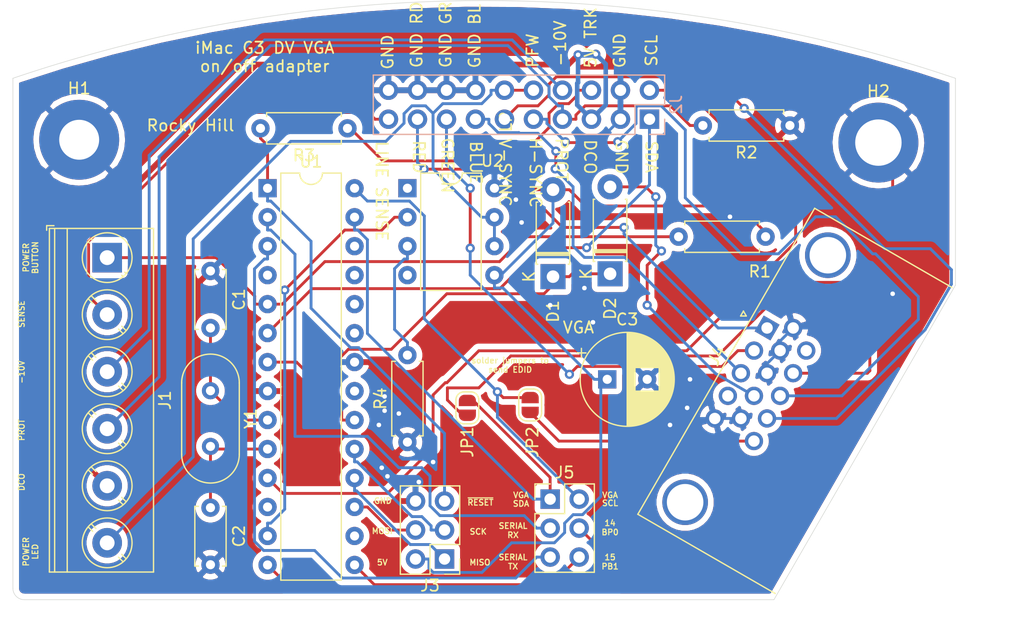
<source format=kicad_pcb>
(kicad_pcb (version 20171130) (host pcbnew 5.1.5-52549c5~84~ubuntu18.04.1)
  (title_block (title "J2o Board") (date 2020-03-27) (rev 2) (comment 3 "initializing the IVAD board and sending an EDID when requested.") (comment 4 "Powers atmega328p from J20 connector and from thr VGA connector."))
  (layers (0 F.Cu signal) (31 B.Cu signal) (34 B.Paste user) (35 F.Paste user) (36 B.SilkS user) (37 F.SilkS user) (38 B.Mask user) (39 F.Mask user) (44 Edge.Cuts user))
  (net 0 "")
  (net 1 GND)
  (net 2 "Net-(C1-Pad2)")
  (net 3 "Net-(C2-Pad1)")
  (net 4 /RED)
  (net 5 /GREEN)
  (net 6 /BLUE)
  (net 7 /COMPUTER_5V)
  (net 8 /COMPUTER_SDA)
  (net 9 /H_SYNC)
  (net 10 /V_SYNC)
  (net 11 /COMPUTER_SCL)
  (net 12 /IVAD_SDA)
  (net 13 /IVAD_SCL)
  (net 14 /DCO)
  (net 15 /5V_TRICKLE)
  (net 16 /PROT)
  (net 17 /-10V)
  (net 18 /LPIACT:L1_LP)
  (net 19 /LINE_SENSE)
  (net 20 "Net-(U1-Pad16)")
  (net 21 "Net-(U1-Pad4)")
  (net 22 "Net-(U1-Pad21)")
  (net 23 "Net-(U1-Pad23)")
  (net 24 "Net-(U1-Pad24)")
  (net 25 "Net-(U1-Pad25)")
  (net 26 "Net-(U1-Pad12)")
  (net 27 "Net-(U1-Pad26)")
  (net 28 "Net-(U1-Pad13)")
  (net 29 "Net-(U2-Pad4)")
  (net 30 "Net-(U2-Pad1)")
  (net 31 "Net-(D1-Pad1)")
  (net 32 /PWR_BTN)
  (net 33 /MISO)
  (net 34 /SCK)
  (net 35 /MOSI)
  (net 36 /~RESET)
  (net 37 "Net-(J4-Pad4)")
  (net 38 "Net-(J4-Pad11)")
  (net 39 "Net-(J4-Pad12)")
  (net 40 "Net-(J4-Pad15)")
  (net 41 "Net-(R4-Pad2)")
  (net 42 /SERIAL_RX)
  (net 43 /SERIAL_TX)
  (net 44 /PB0)
  (net 45 /PB1)
  (module Connector_PinHeader_2.54mm:PinHeader_2x10_P2.54mm_Vertical (layer B.Cu) (at 189.103 68.1038 90)
    (fp_text reference J2 (at 1.27 2.33 -90) (layer B.SilkS) (effects (justify mirror)))
    (fp_text value Conn_02x10_Odd_Even)
    (pad 20 thru_hole oval (at 2.54 -22.86 90) (size 1.7 1.7) (drill 1) (layers *.Cu *.Mask) (net 1 GND))
    (pad 19 thru_hole oval (at 0 -22.86 90) (size 1.7 1.7) (drill 1) (layers *.Cu *.Mask) (net 19 /LINE_SENSE))
    (pad 18 thru_hole oval (at 2.54 -20.32 90) (size 1.7 1.7) (drill 1) (layers *.Cu *.Mask) (net 1 GND))
    (pad 17 thru_hole oval (at 0 -20.32 90) (size 1.7 1.7) (drill 1) (layers *.Cu *.Mask) (net 4 /RED))
    (pad 16 thru_hole oval (at 2.54 -17.78 90) (size 1.7 1.7) (drill 1) (layers *.Cu *.Mask) (net 1 GND))
    (pad 15 thru_hole oval (at 0 -17.78 90) (size 1.7 1.7) (drill 1) (layers *.Cu *.Mask) (net 5 /GREEN))
    (pad 14 thru_hole oval (at 2.54 -15.24 90) (size 1.7 1.7) (drill 1) (layers *.Cu *.Mask) (net 1 GND))
    (pad 13 thru_hole oval (at 0 -15.24 90) (size 1.7 1.7) (drill 1) (layers *.Cu *.Mask) (net 6 /BLUE))
    (pad 12 thru_hole oval (at 2.54 -12.7 90) (size 1.7 1.7) (drill 1) (layers *.Cu *.Mask) (net 18 /LPIACT:L1_LP))
    (pad 11 thru_hole oval (at 0 -12.7 90) (size 1.7 1.7) (drill 1) (layers *.Cu *.Mask) (net 10 /V_SYNC))
    (pad 10 thru_hole oval (at 2.54 -10.16 90) (size 1.7 1.7) (drill 1) (layers *.Cu *.Mask) (net 18 /LPIACT:L1_LP))
    (pad 9 thru_hole oval (at 0 -10.16 90) (size 1.7 1.7) (drill 1) (layers *.Cu *.Mask) (net 9 /H_SYNC))
    (pad 8 thru_hole oval (at 2.54 -7.62 90) (size 1.7 1.7) (drill 1) (layers *.Cu *.Mask) (net 17 /-10V))
    (pad 7 thru_hole oval (at 0 -7.62 90) (size 1.7 1.7) (drill 1) (layers *.Cu *.Mask) (net 16 /PROT))
    (pad 6 thru_hole oval (at 2.54 -5.08 90) (size 1.7 1.7) (drill 1) (layers *.Cu *.Mask) (net 15 /5V_TRICKLE))
    (pad 5 thru_hole oval (at 0 -5.08 90) (size 1.7 1.7) (drill 1) (layers *.Cu *.Mask) (net 14 /DCO))
    (pad 4 thru_hole oval (at 2.54 -2.54 90) (size 1.7 1.7) (drill 1) (layers *.Cu *.Mask) (net 1 GND))
    (pad 3 thru_hole oval (at 0 -2.54 90) (size 1.7 1.7) (drill 1) (layers *.Cu *.Mask) (net 1 GND))
    (pad 2 thru_hole oval (at 2.54 0 90) (size 1.7 1.7) (drill 1) (layers *.Cu *.Mask) (net 13 /IVAD_SCL))
    (pad 1 thru_hole rect (at 0 0 90) (size 1.7 1.7) (drill 1) (layers *.Cu *.Mask) (net 12 /IVAD_SDA))
  )
  (module Package_DIP:DIP-28_W7.62mm (layer F.Cu) (at 155.653 74.1538)
    (fp_text reference U1 (at 3.81 -2.33) (layer F.SilkS))
    (fp_text value ATmega328-PU)
    (pad 1 thru_hole rect (at 0 0) (size 1.6 1.6) (drill 0.8) (layers *.Cu *.Mask) (net 36 /~RESET))
    (pad 15 thru_hole oval (at 7.62 33.02) (size 1.6 1.6) (drill 0.8) (layers *.Cu *.Mask) (net 45 /PB1))
    (pad 2 thru_hole oval (at 0 2.54) (size 1.6 1.6) (drill 0.8) (layers *.Cu *.Mask) (net 42 /SERIAL_RX))
    (pad 16 thru_hole oval (at 7.62 30.48) (size 1.6 1.6) (drill 0.8) (layers *.Cu *.Mask) (net 20 "Net-(U1-Pad16)"))
    (pad 3 thru_hole oval (at 0 5.08) (size 1.6 1.6) (drill 0.8) (layers *.Cu *.Mask) (net 43 /SERIAL_TX))
    (pad 17 thru_hole oval (at 7.62 27.94) (size 1.6 1.6) (drill 0.8) (layers *.Cu *.Mask) (net 35 /MOSI))
    (pad 4 thru_hole oval (at 0 7.62) (size 1.6 1.6) (drill 0.8) (layers *.Cu *.Mask) (net 21 "Net-(U1-Pad4)"))
    (pad 18 thru_hole oval (at 7.62 25.4) (size 1.6 1.6) (drill 0.8) (layers *.Cu *.Mask) (net 33 /MISO))
    (pad 5 thru_hole oval (at 0 10.16) (size 1.6 1.6) (drill 0.8) (layers *.Cu *.Mask) (net 32 /PWR_BTN))
    (pad 19 thru_hole oval (at 7.62 22.86) (size 1.6 1.6) (drill 0.8) (layers *.Cu *.Mask) (net 34 /SCK))
    (pad 6 thru_hole oval (at 0 12.7) (size 1.6 1.6) (drill 0.8) (layers *.Cu *.Mask) (net 12 /IVAD_SDA))
    (pad 20 thru_hole oval (at 7.62 20.32) (size 1.6 1.6) (drill 0.8) (layers *.Cu *.Mask) (net 31 "Net-(D1-Pad1)"))
    (pad 7 thru_hole oval (at 0 15.24) (size 1.6 1.6) (drill 0.8) (layers *.Cu *.Mask) (net 31 "Net-(D1-Pad1)"))
    (pad 21 thru_hole oval (at 7.62 17.78) (size 1.6 1.6) (drill 0.8) (layers *.Cu *.Mask) (net 22 "Net-(U1-Pad21)"))
    (pad 8 thru_hole oval (at 0 17.78) (size 1.6 1.6) (drill 0.8) (layers *.Cu *.Mask) (net 1 GND))
    (pad 22 thru_hole oval (at 7.62 15.24) (size 1.6 1.6) (drill 0.8) (layers *.Cu *.Mask) (net 1 GND))
    (pad 9 thru_hole oval (at 0 20.32) (size 1.6 1.6) (drill 0.8) (layers *.Cu *.Mask) (net 2 "Net-(C1-Pad2)"))
    (pad 23 thru_hole oval (at 7.62 12.7) (size 1.6 1.6) (drill 0.8) (layers *.Cu *.Mask) (net 23 "Net-(U1-Pad23)"))
    (pad 10 thru_hole oval (at 0 22.86) (size 1.6 1.6) (drill 0.8) (layers *.Cu *.Mask) (net 3 "Net-(C2-Pad1)"))
    (pad 24 thru_hole oval (at 7.62 10.16) (size 1.6 1.6) (drill 0.8) (layers *.Cu *.Mask) (net 24 "Net-(U1-Pad24)"))
    (pad 11 thru_hole oval (at 0 25.4) (size 1.6 1.6) (drill 0.8) (layers *.Cu *.Mask) (net 13 /IVAD_SCL))
    (pad 25 thru_hole oval (at 7.62 7.62) (size 1.6 1.6) (drill 0.8) (layers *.Cu *.Mask) (net 25 "Net-(U1-Pad25)"))
    (pad 12 thru_hole oval (at 0 27.94) (size 1.6 1.6) (drill 0.8) (layers *.Cu *.Mask) (net 26 "Net-(U1-Pad12)"))
    (pad 26 thru_hole oval (at 7.62 5.08) (size 1.6 1.6) (drill 0.8) (layers *.Cu *.Mask) (net 27 "Net-(U1-Pad26)"))
    (pad 13 thru_hole oval (at 0 30.48) (size 1.6 1.6) (drill 0.8) (layers *.Cu *.Mask) (net 28 "Net-(U1-Pad13)"))
    (pad 27 thru_hole oval (at 7.62 2.54) (size 1.6 1.6) (drill 0.8) (layers *.Cu *.Mask) (net 8 /COMPUTER_SDA))
    (pad 14 thru_hole oval (at 0 33.02) (size 1.6 1.6) (drill 0.8) (layers *.Cu *.Mask) (net 44 /PB0))
    (pad 28 thru_hole oval (at 7.62 0) (size 1.6 1.6) (drill 0.8) (layers *.Cu *.Mask) (net 11 /COMPUTER_SCL))
  )
  (module Crystal:Crystal_HC49-U_Vertical (layer F.Cu) (at 150.653 91.9038 270)
    (fp_text reference Y1 (at 2.44 -3.525 270) (layer F.SilkS))
    (fp_text value Crystal)
    (pad 1 thru_hole circle (at 0 0 270) (size 1.5 1.5) (drill 0.8) (layers *.Cu *.Mask) (net 2 "Net-(C1-Pad2)"))
    (pad 2 thru_hole circle (at 4.88 0 270) (size 1.5 1.5) (drill 0.8) (layers *.Cu *.Mask) (net 3 "Net-(C2-Pad1)"))
  )
  (module Diode_THT:D_DO-41_SOD81_P7.62mm_Horizontal (layer F.Cu) (at 180.653 81.9038 90)
    (fp_text reference D1 (at -3.048 0 90) (layer F.SilkS))
    (fp_text value D_Schottky_ALT)
    (fp_text user K (at 0 -2.1 90) (layer F.SilkS))
    (pad 2 thru_hole oval (at 7.62 0 90) (size 2.2 2.2) (drill 1.1) (layers *.Cu *.Mask) (net 15 /5V_TRICKLE))
    (pad 1 thru_hole rect (at 0 0 90) (size 2.2 2.2) (drill 1.1) (layers *.Cu *.Mask) (net 31 "Net-(D1-Pad1)"))
  )
  (module Diode_THT:D_DO-41_SOD81_P7.62mm_Horizontal (layer F.Cu) (at 185.653 81.6538 90)
    (fp_text reference D2 (at -3.048 0 90) (layer F.SilkS))
    (fp_text value D_Schottky_ALT)
    (fp_text user K (at 0 -2.1 90) (layer F.SilkS))
    (pad 1 thru_hole rect (at 0 0 90) (size 2.2 2.2) (drill 1.1) (layers *.Cu *.Mask) (net 31 "Net-(D1-Pad1)"))
    (pad 2 thru_hole oval (at 7.62 0 90) (size 2.2 2.2) (drill 1.1) (layers *.Cu *.Mask) (net 7 /COMPUTER_5V))
  )
  (module Resistor_THT:R_Axial_DIN0207_L6.3mm_D2.5mm_P7.62mm_Horizontal (layer F.Cu) (at 167.903 96.4038 90)
    (fp_text reference R4 (at 3.81 -2.37 90) (layer F.SilkS))
    (fp_text value 220)
    (pad 1 thru_hole circle (at 0 0 90) (size 1.6 1.6) (drill 0.8) (layers *.Cu *.Mask) (net 1 GND))
    (pad 2 thru_hole oval (at 7.62 0 90) (size 1.6 1.6) (drill 0.8) (layers *.Cu *.Mask) (net 41 "Net-(R4-Pad2)"))
  )
  (module Package_DIP:DIP-8_W7.62mm (layer F.Cu) (at 167.903 74.1538)
    (fp_text reference U2 (at 7.45 -2.4) (layer F.SilkS))
    (fp_text value LCC110)
    (pad 1 thru_hole rect (at 0 0) (size 1.6 1.6) (drill 0.8) (layers *.Cu *.Mask) (net 30 "Net-(U2-Pad1)"))
    (pad 5 thru_hole oval (at 7.62 7.62) (size 1.6 1.6) (drill 0.8) (layers *.Cu *.Mask) (net 15 /5V_TRICKLE))
    (pad 2 thru_hole oval (at 0 2.54) (size 1.6 1.6) (drill 0.8) (layers *.Cu *.Mask) (net 28 "Net-(U1-Pad13)"))
    (pad 6 thru_hole oval (at 7.62 5.08) (size 1.6 1.6) (drill 0.8) (layers *.Cu *.Mask) (net 18 /LPIACT:L1_LP))
    (pad 3 thru_hole oval (at 0 5.08) (size 1.6 1.6) (drill 0.8) (layers *.Cu *.Mask) (net 41 "Net-(R4-Pad2)"))
    (pad 7 thru_hole oval (at 7.62 2.54) (size 1.6 1.6) (drill 0.8) (layers *.Cu *.Mask) (net 18 /LPIACT:L1_LP))
    (pad 4 thru_hole oval (at 0 7.62) (size 1.6 1.6) (drill 0.8) (layers *.Cu *.Mask) (net 29 "Net-(U2-Pad4)"))
    (pad 8 thru_hole oval (at 7.62 0) (size 1.6 1.6) (drill 0.8) (layers *.Cu *.Mask) (net 1 GND))
  )
  (module MountingHole:MountingHole_3.5mm_Pad (layer F.Cu) (at 209.153 70.1538)
    (fp_text reference H2 (at 0 -4.5) (layer F.SilkS))
    (fp_text value MountingHole_Pad)
    (pad 1 thru_hole circle (at 0 0) (size 7.000001 7.000001) (drill 4.064) (layers *.Cu *.Mask) (net 1 GND))
  )
  (module Resistor_THT:R_Axial_DIN0207_L6.3mm_D2.5mm_P7.62mm_Horizontal (layer F.Cu) (at 191.653 78.4038)
    (fp_text reference R1 (at 7.112 3.048 -180) (layer F.SilkS))
    (fp_text value 10k)
    (pad 2 thru_hole oval (at 7.62 0) (size 1.6 1.6) (drill 0.8) (layers *.Cu *.Mask) (net 15 /5V_TRICKLE))
    (pad 1 thru_hole circle (at 0 0) (size 1.6 1.6) (drill 0.8) (layers *.Cu *.Mask) (net 32 /PWR_BTN))
  )
  (module TerminalBlock_Phoenix:TerminalBlock_Phoenix_PT-1,5-6-5.0-H_1x06_P5.00mm_Horizontal (layer F.Cu) (at 141.605 80.236 270)
    (fp_text reference J1 (at 12.5 -5.06 90) (layer F.SilkS))
    (fp_text value Screw_Terminal_01x06)
    (pad 1 thru_hole rect (at 0 0 270) (size 2.6 2.6) (drill 1.3) (layers *.Cu *.Mask) (net 32 /PWR_BTN))
    (pad 2 thru_hole circle (at 5 0 270) (size 2.6 2.6) (drill 1.3) (layers *.Cu *.Mask) (net 19 /LINE_SENSE))
    (pad 3 thru_hole circle (at 10 0 270) (size 2.6 2.6) (drill 1.3) (layers *.Cu *.Mask) (net 17 /-10V))
    (pad 4 thru_hole circle (at 15 0 270) (size 2.6 2.6) (drill 1.3) (layers *.Cu *.Mask) (net 16 /PROT))
    (pad 5 thru_hole circle (at 20 0 270) (size 2.6 2.6) (drill 1.3) (layers *.Cu *.Mask) (net 14 /DCO))
    (pad 6 thru_hole circle (at 25 0 270) (size 2.6 2.6) (drill 1.3) (layers *.Cu *.Mask) (net 18 /LPIACT:L1_LP))
  )
  (module Capacitor_THT:CP_Radial_D8.0mm_P3.50mm (layer F.Cu) (at 185.403 90.9038)
    (fp_text reference C3 (at 1.75 -5.25) (layer F.SilkS))
    (fp_text value 470uF)
    (pad 1 thru_hole rect (at 0 0) (size 1.6 1.6) (drill 0.8) (layers *.Cu *.Mask) (net 15 /5V_TRICKLE))
    (pad 2 thru_hole circle (at 3.5 0) (size 1.6 1.6) (drill 0.8) (layers *.Cu *.Mask) (net 1 GND))
  )
  (module Jumper:SolderJumper-2_P1.3mm_Open_RoundedPad1.0x1.5mm (layer F.Cu) (at 173.153 93.4038 90)
    (fp_text reference JP1 (at -3 0 90) (layer F.SilkS))
    (fp_text value SolderJumper_2_Open)
    (pad 2 smd custom (at 0.65 0 90) (size 1 0.5) (layers F.Cu F.Mask) (net 8 /COMPUTER_SDA) (options (clearance outline) (anchor rect)) (primitives (gr_circle (center 0 0.25) (end 0.5 0.25) (width 0)) (gr_circle (center 0 -0.25) (end 0.5 -0.25) (width 0)) (gr_poly (pts (xy 0 -0.75) (xy -0.5 -0.75) (xy -0.5 0.75) (xy 0 0.75)) (width 0))))
    (pad 1 smd custom (at -0.65 0 90) (size 1 0.5) (layers F.Cu F.Mask) (net 39 "Net-(J4-Pad12)") (options (clearance outline) (anchor rect)) (primitives (gr_circle (center 0 0.25) (end 0.5 0.25) (width 0)) (gr_circle (center 0 -0.25) (end 0.5 -0.25) (width 0)) (gr_poly (pts (xy 0 -0.75) (xy 0.5 -0.75) (xy 0.5 0.75) (xy 0 0.75)) (width 0))))
  )
  (module Jumper:SolderJumper-2_P1.3mm_Open_RoundedPad1.0x1.5mm (layer F.Cu) (at 178.653 93.1538 90)
    (fp_text reference JP2 (at -3.25 0.2 90) (layer F.SilkS))
    (fp_text value SolderJumper_2_Open)
    (pad 1 smd custom (at -0.65 0 90) (size 1 0.5) (layers F.Cu F.Mask) (net 40 "Net-(J4-Pad15)") (options (clearance outline) (anchor rect)) (primitives (gr_circle (center 0 0.25) (end 0.5 0.25) (width 0)) (gr_circle (center 0 -0.25) (end 0.5 -0.25) (width 0)) (gr_poly (pts (xy 0 -0.75) (xy 0.5 -0.75) (xy 0.5 0.75) (xy 0 0.75)) (width 0))))
    (pad 2 smd custom (at 0.65 0 90) (size 1 0.5) (layers F.Cu F.Mask) (net 11 /COMPUTER_SCL) (options (clearance outline) (anchor rect)) (primitives (gr_circle (center 0 0.25) (end 0.5 0.25) (width 0)) (gr_circle (center 0 -0.25) (end 0.5 -0.25) (width 0)) (gr_poly (pts (xy 0 -0.75) (xy -0.5 -0.75) (xy -0.5 0.75) (xy 0 0.75)) (width 0))))
  )
  (module Connector_PinHeader_2.54mm:PinHeader_2x03_P2.54mm_Vertical (layer F.Cu) (at 171.153 106.654 180)
    (fp_text reference J3 (at 1.27 -2.33) (layer F.SilkS))
    (fp_text value Conn_02x03_Odd_Even)
    (pad 1 thru_hole rect (at 0 0 180) (size 1.7 1.7) (drill 1) (layers *.Cu *.Mask) (net 33 /MISO))
    (pad 2 thru_hole oval (at 2.54 0 180) (size 1.7 1.7) (drill 1) (layers *.Cu *.Mask) (net 15 /5V_TRICKLE))
    (pad 3 thru_hole oval (at 0 2.54 180) (size 1.7 1.7) (drill 1) (layers *.Cu *.Mask) (net 34 /SCK))
    (pad 4 thru_hole oval (at 2.54 2.54 180) (size 1.7 1.7) (drill 1) (layers *.Cu *.Mask) (net 35 /MOSI))
    (pad 5 thru_hole oval (at 0 5.08 180) (size 1.7 1.7) (drill 1) (layers *.Cu *.Mask) (net 36 /~RESET))
    (pad 6 thru_hole oval (at 2.54 5.08 180) (size 1.7 1.7) (drill 1) (layers *.Cu *.Mask) (net 1 GND))
  )
  (module MountingHole:MountingHole_3.5mm_Pad (layer F.Cu) (at 139.153 69.9038)
    (fp_text reference H1 (at 0 -4.5) (layer F.SilkS))
    (fp_text value MountingHole_Pad)
    (pad 1 thru_hole circle (at 0 0) (size 7 7) (drill 3.5) (layers *.Cu *.Mask) (net 1 GND))
  )
  (module Connector_PinHeader_2.54mm:PinHeader_2x03_P2.54mm_Vertical (layer F.Cu) (at 180.403 101.404)
    (fp_text reference J5 (at 1.27 -2.33) (layer F.SilkS))
    (fp_text value Conn_02x03_Odd_Even)
    (pad 1 thru_hole rect (at 0 0) (size 1.7 1.7) (drill 1) (layers *.Cu *.Mask) (net 8 /COMPUTER_SDA))
    (pad 2 thru_hole oval (at 2.54 0) (size 1.7 1.7) (drill 1) (layers *.Cu *.Mask) (net 11 /COMPUTER_SCL))
    (pad 3 thru_hole oval (at 0 2.54) (size 1.7 1.7) (drill 1) (layers *.Cu *.Mask) (net 42 /SERIAL_RX))
    (pad 4 thru_hole oval (at 2.54 2.54) (size 1.7 1.7) (drill 1) (layers *.Cu *.Mask) (net 44 /PB0))
    (pad 5 thru_hole oval (at 0 5.08) (size 1.7 1.7) (drill 1) (layers *.Cu *.Mask) (net 43 /SERIAL_TX))
    (pad 6 thru_hole oval (at 2.54 5.08) (size 1.7 1.7) (drill 1) (layers *.Cu *.Mask) (net 45 /PB1))
  )
  (module Connector_Dsub:DSUB-15-HD_Female_Horizontal_P2.29x1.98mm_EdgePinOffset8.35mm_Housed_MountingHolesOffset10.89mm (layer F.Cu) (at 199.403 86.4038 60)
    (fp_text reference J4 (at -4.315 -2.58 60) (layer F.SilkS))
    (fp_text value DB15_Female_HighDensity)
    (pad 1 thru_hole rect (at 0 0 60) (size 1.6 1.6) (drill 1) (layers *.Cu *.Mask) (net 4 /RED))
    (pad 2 thru_hole circle (at -2.29 0 60) (size 1.6 1.6) (drill 1) (layers *.Cu *.Mask) (net 5 /GREEN))
    (pad 3 thru_hole circle (at -4.58 0 60) (size 1.6 1.6) (drill 1) (layers *.Cu *.Mask) (net 6 /BLUE))
    (pad 4 thru_hole circle (at -6.87 0 60) (size 1.6 1.6) (drill 1) (layers *.Cu *.Mask) (net 37 "Net-(J4-Pad4)"))
    (pad 5 thru_hole circle (at -9.16 0 60) (size 1.6 1.6) (drill 1) (layers *.Cu *.Mask) (net 1 GND))
    (pad 6 thru_hole circle (at 1.145 1.98 60) (size 1.6 1.6) (drill 1) (layers *.Cu *.Mask) (net 1 GND))
    (pad 7 thru_hole circle (at -1.145 1.98 60) (size 1.6 1.6) (drill 1) (layers *.Cu *.Mask) (net 1 GND))
    (pad 8 thru_hole circle (at -3.435 1.98 60) (size 1.6 1.6) (drill 1) (layers *.Cu *.Mask) (net 1 GND))
    (pad 9 thru_hole circle (at -5.725 1.98 60) (size 1.6 1.6) (drill 1) (layers *.Cu *.Mask) (net 7 /COMPUTER_5V))
    (pad 10 thru_hole circle (at -8.015 1.98 60) (size 1.6 1.6) (drill 1) (layers *.Cu *.Mask) (net 1 GND))
    (pad 11 thru_hole circle (at 0 3.96 60) (size 1.6 1.6) (drill 1) (layers *.Cu *.Mask) (net 38 "Net-(J4-Pad11)"))
    (pad 12 thru_hole circle (at -2.29 3.96 60) (size 1.6 1.6) (drill 1) (layers *.Cu *.Mask) (net 39 "Net-(J4-Pad12)"))
    (pad 13 thru_hole circle (at -4.58 3.96 60) (size 1.6 1.6) (drill 1) (layers *.Cu *.Mask) (net 9 /H_SYNC))
    (pad 14 thru_hole circle (at -6.87 3.96 60) (size 1.6 1.6) (drill 1) (layers *.Cu *.Mask) (net 10 /V_SYNC))
    (pad 15 thru_hole circle (at -9.16 3.96 60) (size 1.6 1.6) (drill 1) (layers *.Cu *.Mask) (net 40 "Net-(J4-Pad15)"))
    (pad 0 thru_hole circle (at -16.815 1.42 60) (size 4 4) (drill 3.2) (layers *.Cu *.Mask))
    (pad 0 thru_hole circle (at 8.185 1.42 60) (size 4 4) (drill 3.2) (layers *.Cu *.Mask))
  )
  (module Capacitor_THT:C_Disc_D5.0mm_W2.5mm_P5.00mm (layer F.Cu) (at 150.653 81.4038 270)
    (fp_text reference C1 (at 2.5 -2.5 90) (layer F.SilkS))
    (fp_text value 20pF)
    (pad 2 thru_hole circle (at 5 0 270) (size 1.6 1.6) (drill 0.8) (layers *.Cu *.Mask) (net 2 "Net-(C1-Pad2)"))
    (pad 1 thru_hole circle (at 0 0 270) (size 1.6 1.6) (drill 0.8) (layers *.Cu *.Mask) (net 1 GND))
  )
  (module Capacitor_THT:C_Disc_D5.0mm_W2.5mm_P5.00mm (layer F.Cu) (at 150.653 102.154 270)
    (fp_text reference C2 (at 2.5 -2.5 90) (layer F.SilkS))
    (fp_text value 20pF)
    (pad 1 thru_hole circle (at 0 0 270) (size 1.6 1.6) (drill 0.8) (layers *.Cu *.Mask) (net 3 "Net-(C2-Pad1)"))
    (pad 2 thru_hole circle (at 5 0 270) (size 1.6 1.6) (drill 0.8) (layers *.Cu *.Mask) (net 1 GND))
  )
  (module Resistor_THT:R_Axial_DIN0207_L6.3mm_D2.5mm_P7.62mm_Horizontal (layer F.Cu) (at 201.403 68.6538 180)
    (fp_text reference R2 (at 3.81 -2.37) (layer F.SilkS))
    (fp_text value 10k)
    (pad 2 thru_hole oval (at 7.62 0 180) (size 1.6 1.6) (drill 0.8) (layers *.Cu *.Mask) (net 16 /PROT))
    (pad 1 thru_hole circle (at 0 0 180) (size 1.6 1.6) (drill 0.8) (layers *.Cu *.Mask) (net 1 GND))
  )
  (module Resistor_THT:R_Axial_DIN0207_L6.3mm_D2.5mm_P7.62mm_Horizontal (layer F.Cu) (at 162.653 68.9038 180)
    (fp_text reference R3 (at 3.81 -2.37) (layer F.SilkS))
    (fp_text value 10k)
    (pad 1 thru_hole circle (at 0 0 180) (size 1.6 1.6) (drill 0.8) (layers *.Cu *.Mask) (net 15 /5V_TRICKLE))
    (pad 2 thru_hole oval (at 7.62 0 180) (size 1.6 1.6) (drill 0.8) (layers *.Cu *.Mask) (net 36 /~RESET))
  )
  (gr_text VGA (at 185.653 101.0538) (layer F.SilkS) (effects (font (size 0.5 0.5) (thickness 0.1))))
  (gr_text VGA (at 177.853 101.0538) (layer F.SilkS) (effects (font (size 0.5 0.5) (thickness 0.1))))
  (gr_text "14\nBP0" (at 185.653 103.9038) (layer F.SilkS) (effects (font (size 0.5 0.5) (thickness 0.1))))
  (gr_text "15\nPB1" (at 185.653 106.9038) (layer F.SilkS) (effects (font (size 0.5 0.5) (thickness 0.1))))
  (gr_text SCL (at 185.653 101.7538) (layer F.SilkS) (effects (font (size 0.5 0.5) (thickness 0.1))))
  (gr_text "SERIAL\nTX" (at 177.153 106.9038) (layer F.SilkS) (effects (font (size 0.5 0.5) (thickness 0.1))))
  (gr_text SDA (at 177.853 101.8038) (layer F.SilkS) (effects (font (size 0.5 0.5) (thickness 0.1))))
  (gr_text "SERIAL\nRX" (at 177.153 104.1538) (layer F.SilkS) (effects (font (size 0.5 0.5) (thickness 0.1))))
  (gr_text 5V (at 165.703 106.9538) (layer F.SilkS) (effects (font (size 0.5 0.5) (thickness 0.1))))
  (gr_text MOSI (at 165.703 104.2038) (layer F.SilkS) (effects (font (size 0.5 0.5) (thickness 0.1))))
  (gr_text GND (at 165.753 101.5538) (layer F.SilkS) (effects (font (size 0.5 0.5) (thickness 0.1))))
  (gr_text MISO (at 174.253 106.9538) (layer F.SilkS) (effects (font (size 0.5 0.5) (thickness 0.1))))
  (gr_text SCK (at 174.103 104.2538) (layer F.SilkS) (effects (font (size 0.5 0.5) (thickness 0.1))))
  (gr_text ~RESET (at 174.303 101.7038) (layer F.SilkS) (effects (font (size 0.5 0.5) (thickness 0.1))))
  (gr_line (start 200.003 110.22) (end 134.35 110.22) (layer Edge.Cuts) (width 0.05))
  (gr_line (start 215.899998 82.6538) (end 200.003 110.22) (layer Edge.Cuts) (width 0.05))
  (gr_line (start 215.899998 64.516) (end 215.899998 82.6538) (layer Edge.Cuts) (width 0.05))
  (gr_text "Rocky Hill" (at 148.903 68.6538) (layer F.SilkS) (effects (font (size 1 1))))
  (gr_text "iMac G3 DV VGA\non/off adapter" (at 155.403 62.6538) (layer F.SilkS) (effects (font (size 1 1))))
  (gr_text "solder jumpers to\nsend EDID" (at 176.903 89.6538) (layer F.SilkS) (effects (font (size 0.5 0.5) (thickness 0.1))))
  (gr_line (start 133.35 109.22) (end 133.35 64.516001) (layer Edge.Cuts) (width 0.05))
  (gr_text "POWER\nLED" (at 134.9 106.012 90) (layer F.SilkS) (effects (font (size 0.5 0.5) (thickness 0.1))))
  (gr_text "POWER\nBUTTON" (at 134.9 80.236 90) (layer F.SilkS) (effects (font (size 0.5 0.5) (thickness 0.1))))
  (gr_text SENSE (at 134.112 85.184 90) (layer F.SilkS) (effects (font (size 0.5 0.5) (thickness 0.1))))
  (gr_text DCO (at 134.112 99.916 90) (layer F.SilkS) (effects (font (size 0.5 0.5) (thickness 0.1))))
  (gr_text PROT (at 134.112 95.344 90) (layer F.SilkS) (effects (font (size 0.5 0.5) (thickness 0.1))))
  (gr_text -10V (at 134.112 90.264 90) (layer F.SilkS) (effects (font (size 0.5 0.5) (thickness 0.1))))
  (gr_arc (start 174.625 186.181998) (end 215.899998 64.516) (angle -37.47884973) (layer Edge.Cuts) (width 0.05))
  (gr_arc (start 134.35 109.22) (end 133.35 109.22) (angle -90) (layer Edge.Cuts) (width 0.05))
  (gr_text VGA (at 182.88 86.36) (layer F.SilkS) (effects (font (size 1 1))))
  (gr_text SDA (at 189.2768 71.4038 270) (layer F.SilkS) (effects (font (size 1 1))))
  (gr_text GND (at 186.653 71.4038 270) (layer F.SilkS) (effects (font (size 1 1))))
  (gr_text DCO (at 183.903 71.4038 270) (layer F.SilkS) (effects (font (size 1 1))))
  (gr_text PROT (at 181.403 71.6538 270) (layer F.SilkS) (effects (font (size 1 1))))
  (gr_text H-SYNC (at 179.1168 72.7786 270) (layer F.SilkS) (effects (font (size 1 1))))
  (gr_text V-SYNC (at 176.4498 72.7786 270) (layer F.SilkS) (effects (font (size 1 1))))
  (gr_text BLUE (at 173.903 71.9038 270) (layer F.SilkS) (effects (font (size 1 1))))
  (gr_text GREEN (at 171.403 72.1538 270) (layer F.SilkS) (effects (font (size 1 1))))
  (gr_text RED (at 168.903 71.4038 270) (layer F.SilkS) (effects (font (size 1 1))))
  (gr_text "LINE SENSE" (at 165.653 74.4038 270) (layer F.SilkS) (effects (font (size 1 1))))
  (gr_text GND (at 166.1668 62.2173 90) (layer F.SilkS) (effects (font (size 1 1))))
  (gr_text "GND RD" (at 168.7068 60.6933 90) (layer F.SilkS) (effects (font (size 1 1))))
  (gr_text "GND GR" (at 171.2468 60.6933 90) (layer F.SilkS) (effects (font (size 1 1))))
  (gr_text "GND BL" (at 173.7868 60.8203 90) (layer F.SilkS) (effects (font (size 1 1))))
  (gr_text LP (at 176.53 68.326 90) (layer F.SilkS) (effects (font (size 1 1))))
  (gr_text PFW (at 178.8668 62.0903 90) (layer F.SilkS) (effects (font (size 1 1))))
  (gr_text -10V (at 181.2798 61.4553 90) (layer F.SilkS) (effects (font (size 1 1))))
  (gr_text "5V TRK" (at 183.9468 60.9473 90) (layer F.SilkS) (effects (font (size 1 1))))
  (gr_text GND (at 186.4868 62.0903 90) (layer F.SilkS) (effects (font (size 1 1))))
  (gr_text SCL (at 189.2808 62.0903 90) (layer F.SilkS) (effects (font (size 1 1))))
  (segment (start 199.40023 89.530399) (end 200.54523 88.385399) (width 0.25) (layer B.Cu) (net 1))
  (segment (start 199.40023 90.368597) (end 199.40023 89.530399) (width 0.25) (layer B.Cu) (net 1))
  (segment (start 200.54523 87.547201) (end 201.69023 86.402201) (width 0.25) (layer B.Cu) (net 1))
  (segment (start 200.54523 88.385399) (end 200.54523 87.547201) (width 0.25) (layer B.Cu) (net 1))
  (segment (start 194.824599 94.334994) (end 194.823 94.336593) (width 0.25) (layer B.Cu) (net 1))
  (segment (start 197.11023 94.334994) (end 194.824599 94.334994) (width 0.25) (layer B.Cu) (net 1))
  (segment (start 192.335793 94.336593) (end 194.823 94.336593) (width 0.25) (layer B.Cu) (net 1))
  (segment (start 188.903 90.9038) (end 192.335793 94.336593) (width 0.25) (layer B.Cu) (net 1))
  (segment (start 186.563 65.5638) (end 186.563 68.1038) (width 0.25) (layer B.Cu) (net 1))
  (segment (start 182.931101 71.735699) (end 177.941101 71.735699) (width 0.25) (layer B.Cu) (net 1))
  (segment (start 186.563 68.1038) (end 182.931101 71.735699) (width 0.25) (layer B.Cu) (net 1))
  (segment (start 176.322999 73.353801) (end 175.523 74.1538) (width 0.25) (layer B.Cu) (net 1))
  (segment (start 177.941101 71.735699) (end 176.322999 73.353801) (width 0.25) (layer B.Cu) (net 1))
  (via (at 192.653 90.9038) (size 0.8) (drill 0.4) (layers F.Cu B.Cu) (net 1))
  (via (at 190.903 94.9038) (size 0.8) (drill 0.4) (layers F.Cu B.Cu) (net 1))
  (via (at 192.403 93.4038) (size 0.8) (drill 0.4) (layers F.Cu B.Cu) (net 1))
  (via (at 177.403 75.1538) (size 0.8) (drill 0.4) (layers F.Cu B.Cu) (net 1))
  (via (at 177.903 77.1538) (size 0.8) (drill 0.4) (layers F.Cu B.Cu) (net 1))
  (via (at 196.153 76.6538) (size 0.8) (drill 0.4) (layers F.Cu B.Cu) (net 1))
  (via (at 183.403 82.9038) (size 0.8) (drill 0.4) (layers F.Cu B.Cu) (net 1))
  (via (at 180.403 84.4038) (size 0.8) (drill 0.4) (layers F.Cu B.Cu) (net 1))
  (via (at 184.153 85.9038) (size 0.8) (drill 0.4) (layers F.Cu B.Cu) (net 1))
  (segment (start 201.69023 86.402201) (end 207.404599 86.402201) (width 0.25) (layer B.Cu) (net 1))
  (segment (start 207.404599 86.402201) (end 210.403 83.4038) (width 0.25) (layer B.Cu) (net 1))
  (segment (start 210.403 83.4038) (end 210.403 83.4038) (width 0.25) (layer B.Cu) (net 1))
  (via (at 210.403 83.4038) (size 0.8) (drill 0.4) (layers F.Cu B.Cu) (net 1))
  (segment (start 210.403 71.4038) (end 209.153 70.1538) (width 0.25) (layer F.Cu) (net 1))
  (segment (start 210.403 83.4038) (end 210.403 71.4038) (width 0.25) (layer F.Cu) (net 1))
  (via (at 165.653 98.6538) (size 0.8) (drill 0.4) (layers F.Cu B.Cu) (net 1))
  (via (at 166.153 99.4038) (size 0.8) (drill 0.4) (layers F.Cu B.Cu) (net 1))
  (via (at 168.903 99.9038) (size 0.8) (drill 0.4) (layers F.Cu B.Cu) (net 1))
  (via (at 170.153 98.1538) (size 0.8) (drill 0.4) (layers F.Cu B.Cu) (net 1))
  (via (at 165.903 92.4038) (size 0.8) (drill 0.4) (layers F.Cu B.Cu) (net 1))
  (via (at 165.403 94.9038) (size 0.8) (drill 0.4) (layers F.Cu B.Cu) (net 1))
  (via (at 167.153 93.9038) (size 0.8) (drill 0.4) (layers F.Cu B.Cu) (net 1))
  (via (at 165.903 93.6538) (size 0.8) (drill 0.4) (layers F.Cu B.Cu) (net 1))
  (segment (start 150.653 86.4038) (end 150.653 91.9038) (width 0.25) (layer F.Cu) (net 2))
  (segment (start 155.653 94.4738) (end 153.223 94.4738) (width 0.25) (layer F.Cu) (net 2))
  (segment (start 153.223 94.4738) (end 150.653 91.9038) (width 0.25) (layer F.Cu) (net 2))
  (segment (start 150.653 102.154) (end 150.653 96.7838) (width 0.25) (layer F.Cu) (net 3))
  (segment (start 155.653 97.0138) (end 150.883 97.0138) (width 0.25) (layer F.Cu) (net 3))
  (segment (start 150.883 97.0138) (end 150.653 96.7838) (width 0.25) (layer F.Cu) (net 3))
  (segment (start 169.3686 72.4819) (end 176.3799 72.4819) (width 0.25) (layer F.Cu) (net 4))
  (segment (start 176.3799 72.4819) (end 181.4854 77.5874) (width 0.25) (layer F.Cu) (net 4))
  (segment (start 181.4854 77.5874) (end 186.8704 77.5874) (width 0.25) (layer F.Cu) (net 4))
  (segment (start 169.3686 72.4819) (end 168.783 71.8963) (width 0.25) (layer B.Cu) (net 4))
  (segment (start 168.783 71.8963) (end 168.783 68.1038) (width 0.25) (layer B.Cu) (net 4))
  (via (at 169.3686 72.4819) (size 0.8) (layers F.Cu B.Cu) (net 4))
  (via (at 186.8704 77.5874) (size 0.8) (layers F.Cu B.Cu) (net 4))
  (segment (start 195.121115 86.4038) (end 186.8704 78.153085) (width 0.25) (layer B.Cu) (net 4))
  (segment (start 186.8704 78.153085) (end 186.8704 77.5874) (width 0.25) (layer B.Cu) (net 4))
  (segment (start 199.403 86.4038) (end 195.121115 86.4038) (width 0.25) (layer B.Cu) (net 4))
  (segment (start 171.323 68.1038) (end 171.323 69.2791) (width 0.25) (layer B.Cu) (net 5))
  (segment (start 182.0906 90.464) (end 174.3813 82.7547) (width 0.25) (layer B.Cu) (net 5))
  (segment (start 198.258 88.387) (end 196.8515 88.387) (width 0.25) (layer F.Cu) (net 5))
  (segment (start 196.8515 88.387) (end 195.46 89.7785) (width 0.25) (layer F.Cu) (net 5))
  (segment (start 195.46 89.7785) (end 182.7761 89.7785) (width 0.25) (layer F.Cu) (net 5))
  (segment (start 182.7761 89.7785) (end 182.0906 90.464) (width 0.25) (layer F.Cu) (net 5))
  (via (at 182.0906 90.464) (size 0.8) (layers F.Cu B.Cu) (net 5))
  (segment (start 171.323 69.2791) (end 171.323 72.0738) (width 0.25) (layer B.Cu) (net 5))
  (segment (start 171.323 72.0738) (end 173.403 74.1538) (width 0.25) (layer B.Cu) (net 5))
  (segment (start 173.403 74.1538) (end 173.403 74.1538) (width 0.25) (layer B.Cu) (net 5))
  (via (at 173.403 74.1538) (size 0.8) (drill 0.4) (layers F.Cu B.Cu) (net 5))
  (segment (start 173.403 74.1538) (end 173.403 79.4038) (width 0.25) (layer F.Cu) (net 5))
  (segment (start 173.403 79.4038) (end 173.403 79.4038) (width 0.25) (layer F.Cu) (net 5))
  (via (at 173.403 79.4038) (size 0.8) (drill 0.4) (layers F.Cu B.Cu) (net 5))
  (segment (start 173.403 81.7764) (end 174.3813 82.7547) (width 0.25) (layer B.Cu) (net 5))
  (segment (start 173.403 79.4038) (end 173.403 81.7764) (width 0.25) (layer B.Cu) (net 5))
  (segment (start 197.113 90.3702) (end 186.9608 80.218) (width 0.25) (layer B.Cu) (net 6))
  (segment (start 186.9608 80.218) (end 183.4026 80.218) (width 0.25) (layer B.Cu) (net 6))
  (segment (start 183.4026 80.218) (end 182.411 79.2264) (width 0.25) (layer B.Cu) (net 6))
  (segment (start 182.411 79.2264) (end 182.411 74.0256) (width 0.25) (layer B.Cu) (net 6))
  (segment (start 182.411 74.0256) (end 180.8461 72.4607) (width 0.25) (layer B.Cu) (net 6))
  (segment (start 177.6645 69.2791) (end 175.8462 69.2791) (width 0.25) (layer B.Cu) (net 6))
  (segment (start 175.8462 69.2791) (end 175.0383 68.4712) (width 0.25) (layer B.Cu) (net 6))
  (segment (start 175.0383 68.4712) (end 175.0383 68.1038) (width 0.25) (layer B.Cu) (net 6))
  (segment (start 173.863 68.1038) (end 175.0383 68.1038) (width 0.25) (layer B.Cu) (net 6))
  (segment (start 177.7211 69.3357) (end 177.6645 69.2791) (width 0.25) (layer B.Cu) (net 6))
  (via (at 180.903 70.9038) (size 0.8) (drill 0.4) (layers F.Cu B.Cu) (net 6))
  (via (at 180.8461 72.4607) (size 0.8) (drill 0.4) (layers F.Cu B.Cu) (net 6))
  (segment (start 179.3349 69.3357) (end 180.903 70.9038) (width 0.25) (layer B.Cu) (net 6))
  (segment (start 177.7211 69.3357) (end 179.3349 69.3357) (width 0.25) (layer B.Cu) (net 6))
  (segment (start 180.903 72.4038) (end 180.8461 72.4607) (width 0.25) (layer F.Cu) (net 6))
  (segment (start 180.903 70.9038) (end 180.903 72.4038) (width 0.25) (layer F.Cu) (net 6))
  (segment (start 198.25523 92.351795) (end 197.850995 92.351795) (width 0.2) (layer F.Cu) (net 7))
  (segment (start 198.25523 92.351795) (end 194.903 90.4038) (width 0.25) (layer B.Cu) (net 7))
  (segment (start 194.903 90.4038) (end 188.903 84.4038) (width 0.25) (layer B.Cu) (net 7))
  (segment (start 188.903 84.4038) (end 188.903 84.4038) (width 0.25) (layer B.Cu) (net 7))
  (via (at 188.903 84.4038) (size 0.8) (drill 0.4) (layers F.Cu B.Cu) (net 7))
  (via (at 190.153 79.653814) (size 0.8) (drill 0.4) (layers F.Cu B.Cu) (net 7))
  (segment (start 188.903 84.4038) (end 188.903 80.903814) (width 0.25) (layer F.Cu) (net 7))
  (segment (start 189.753001 80.053813) (end 190.153 79.653814) (width 0.25) (layer F.Cu) (net 7))
  (segment (start 188.903 80.903814) (end 189.753001 80.053813) (width 0.25) (layer F.Cu) (net 7))
  (via (at 189.653 74.9038) (size 0.8) (drill 0.4) (layers F.Cu B.Cu) (net 7))
  (segment (start 185.653 74.0338) (end 188.783 74.0338) (width 0.25) (layer F.Cu) (net 7))
  (segment (start 188.783 74.0338) (end 189.653 74.9038) (width 0.25) (layer F.Cu) (net 7))
  (segment (start 190.153 79.653814) (end 189.653 79.153814) (width 0.25) (layer B.Cu) (net 7))
  (segment (start 189.653 79.153814) (end 189.653 74.9038) (width 0.25) (layer B.Cu) (net 7))
  (segment (start 163.273 76.6938) (end 163.273 77.8191) (width 0.25) (layer B.Cu) (net 8))
  (segment (start 163.273 77.8191) (end 163.5544 77.8191) (width 0.25) (layer B.Cu) (net 8))
  (segment (start 163.5544 77.8191) (end 164.3983 78.663) (width 0.25) (layer B.Cu) (net 8))
  (segment (start 164.3983 78.663) (end 164.3983 86.8904) (width 0.25) (layer B.Cu) (net 8))
  (segment (start 164.3983 86.8904) (end 178.9119 101.404) (width 0.25) (layer B.Cu) (net 8))
  (segment (start 178.9119 101.404) (end 180.403 101.404) (width 0.25) (layer B.Cu) (net 8))
  (segment (start 180.403 101.404) (end 180.403 99.4992) (width 0.25) (layer F.Cu) (net 8))
  (segment (start 180.403 99.4992) (end 173.6576 92.7538) (width 0.25) (layer F.Cu) (net 8))
  (segment (start 173.6576 92.7538) (end 173.153 92.7538) (width 0.25) (layer F.Cu) (net 8))
  (segment (start 186.2458 70.1538) (end 181.8009 70.1538) (width 0.25) (layer F.Cu) (net 9))
  (segment (start 180.1183 68.1038) (end 178.943 68.1038) (width 0.25) (layer B.Cu) (net 9))
  (segment (start 180.1183 68.4712) (end 180.1183 68.1038) (width 0.25) (layer B.Cu) (net 9))
  (segment (start 181.8009 70.1538) (end 181.72695 70.07985) (width 0.25) (layer B.Cu) (net 9))
  (segment (start 181.72695 70.07985) (end 180.1183 68.4712) (width 0.25) (layer B.Cu) (net 9))
  (via (at 181.72695 70.07985) (size 0.8) (drill 0.4) (layers F.Cu B.Cu) (net 9))
  (segment (start 186.3244 70.0752) (end 186.2458 70.1538) (width 0.25) (layer B.Cu) (net 9))
  (via (at 186.3244 70.0752) (size 0.8) (drill 0.4) (layers F.Cu B.Cu) (net 9))
  (segment (start 186.724399 69.675201) (end 186.3244 70.0752) (width 0.25) (layer B.Cu) (net 9))
  (segment (start 208.903 79.9038) (end 208.653 79.9038) (width 0.25) (layer B.Cu) (net 9))
  (segment (start 192.2406 69.0415) (end 190.1275 66.9284) (width 0.25) (layer B.Cu) (net 9))
  (segment (start 212.653 83.6538) (end 208.903 79.9038) (width 0.25) (layer B.Cu) (net 9))
  (segment (start 208.653 79.9038) (end 205.403 76.6538) (width 0.25) (layer B.Cu) (net 9))
  (segment (start 212.653 85.6538) (end 212.653 83.6538) (width 0.25) (layer B.Cu) (net 9))
  (segment (start 200.5425 92.3502) (end 205.9566 92.3502) (width 0.25) (layer B.Cu) (net 9))
  (segment (start 205.9566 92.3502) (end 212.653 85.6538) (width 0.25) (layer B.Cu) (net 9))
  (segment (start 205.403 76.6538) (end 203.653 76.6538) (width 0.25) (layer B.Cu) (net 9))
  (segment (start 190.1275 66.9284) (end 188.0719 66.9284) (width 0.25) (layer B.Cu) (net 9))
  (segment (start 188.0719 66.9284) (end 187.9276 67.0727) (width 0.25) (layer B.Cu) (net 9))
  (segment (start 203.653 76.6538) (end 200.403 79.9038) (width 0.25) (layer B.Cu) (net 9))
  (segment (start 200.403 79.9038) (end 197.153 79.9038) (width 0.25) (layer B.Cu) (net 9))
  (segment (start 197.153 79.9038) (end 192.2406 74.9914) (width 0.25) (layer B.Cu) (net 9))
  (segment (start 192.2406 74.9914) (end 192.2406 69.0415) (width 0.25) (layer B.Cu) (net 9))
  (segment (start 187.9276 67.0727) (end 187.9276 68.472) (width 0.25) (layer B.Cu) (net 9))
  (segment (start 187.9276 68.472) (end 186.724399 69.675201) (width 0.25) (layer B.Cu) (net 9))
  (segment (start 199.3975 94.3334) (end 200.162 94.3334) (width 0.25) (layer B.Cu) (net 10))
  (segment (start 194.6348 64.3856) (end 197.003001 66.753801) (width 0.25) (layer F.Cu) (net 10))
  (segment (start 176.403 68.1038) (end 177.5783 66.9285) (width 0.25) (layer F.Cu) (net 10))
  (via (at 197.403 67.1538) (size 0.8) (drill 0.4) (layers F.Cu B.Cu) (net 10))
  (segment (start 180.3076 65.0283) (end 180.9503 64.3856) (width 0.25) (layer F.Cu) (net 10))
  (segment (start 177.5783 66.9285) (end 179.3394 66.9285) (width 0.25) (layer F.Cu) (net 10))
  (segment (start 179.3394 66.9285) (end 180.3076 65.9603) (width 0.25) (layer F.Cu) (net 10))
  (segment (start 180.3076 65.9603) (end 180.3076 65.0283) (width 0.25) (layer F.Cu) (net 10))
  (segment (start 197.003001 66.753801) (end 197.403 67.1538) (width 0.25) (layer F.Cu) (net 10))
  (segment (start 180.9503 64.3856) (end 194.6348 64.3856) (width 0.25) (layer F.Cu) (net 10))
  (segment (start 197.802999 67.553799) (end 197.403 67.1538) (width 0.25) (layer B.Cu) (net 10))
  (segment (start 205.473405 94.333395) (end 213.238566 86.568234) (width 0.25) (layer B.Cu) (net 10))
  (segment (start 209.702989 79.453789) (end 197.802999 67.553799) (width 0.25) (layer B.Cu) (net 10))
  (segment (start 199.397461 94.333395) (end 205.473405 94.333395) (width 0.25) (layer B.Cu) (net 10))
  (segment (start 215.549988 81.300788) (end 213.702989 79.453789) (width 0.25) (layer B.Cu) (net 10))
  (segment (start 213.238566 86.568234) (end 215.549988 82.560112) (width 0.25) (layer B.Cu) (net 10))
  (segment (start 215.549988 82.560112) (end 215.549988 81.300788) (width 0.25) (layer B.Cu) (net 10))
  (segment (start 213.702989 79.453789) (end 209.702989 79.453789) (width 0.25) (layer B.Cu) (net 10))
  (segment (start 168.082 75.2791) (end 169.3832 76.5803) (width 0.25) (layer B.Cu) (net 11))
  (segment (start 164.3983 75.2791) (end 168.082 75.2791) (width 0.25) (layer B.Cu) (net 11))
  (segment (start 169.3832 85.5977) (end 175.383491 91.597991) (width 0.25) (layer B.Cu) (net 11))
  (via (at 175.78349 91.99799) (size 0.8) (drill 0.4) (layers F.Cu B.Cu) (net 11))
  (segment (start 163.273 74.1538) (end 164.3983 75.2791) (width 0.25) (layer B.Cu) (net 11))
  (segment (start 169.3832 76.5803) (end 169.3832 85.5977) (width 0.25) (layer B.Cu) (net 11))
  (segment (start 175.78349 94.24449) (end 175.78349 92.563675) (width 0.25) (layer B.Cu) (net 11))
  (segment (start 175.383491 91.597991) (end 175.78349 91.99799) (width 0.25) (layer B.Cu) (net 11))
  (segment (start 178.653 92.5038) (end 176.2893 92.5038) (width 0.25) (layer F.Cu) (net 11))
  (segment (start 182.943 101.404) (end 175.78349 94.24449) (width 0.25) (layer B.Cu) (net 11))
  (segment (start 176.2893 92.5038) (end 175.78349 91.99799) (width 0.25) (layer F.Cu) (net 11))
  (segment (start 175.78349 92.563675) (end 175.78349 91.99799) (width 0.25) (layer B.Cu) (net 11))
  (segment (start 183.6004 79.3644) (end 189.103 73.8618) (width 0.25) (layer B.Cu) (net 12))
  (segment (start 189.103 73.8618) (end 189.103 68.1038) (width 0.25) (layer B.Cu) (net 12))
  (via (at 183.6004 79.3644) (size 0.8) (layers F.Cu B.Cu) (net 12))
  (segment (start 176.000811 82.953789) (end 179.5902 79.3644) (width 0.25) (layer F.Cu) (net 12))
  (segment (start 179.5902 79.3644) (end 183.034715 79.3644) (width 0.25) (layer F.Cu) (net 12))
  (segment (start 183.034715 79.3644) (end 183.6004 79.3644) (width 0.25) (layer F.Cu) (net 12))
  (segment (start 159.553011 82.953789) (end 176.000811 82.953789) (width 0.25) (layer F.Cu) (net 12))
  (segment (start 155.653 86.8538) (end 159.553011 82.953789) (width 0.25) (layer F.Cu) (net 12))
  (segment (start 190.305081 65.5638) (end 189.103 65.5638) (width 0.25) (layer F.Cu) (net 13))
  (segment (start 192.3683 65.5638) (end 190.305081 65.5638) (width 0.25) (layer F.Cu) (net 13))
  (segment (start 201.9051 75.1006) (end 192.3683 65.5638) (width 0.25) (layer F.Cu) (net 13))
  (segment (start 201.9051 78.8641) (end 201.9051 75.1006) (width 0.25) (layer F.Cu) (net 13))
  (segment (start 174.153 88.4038) (end 192.3654 88.4038) (width 0.25) (layer F.Cu) (net 13))
  (segment (start 171.353011 91.203789) (end 174.153 88.4038) (width 0.25) (layer F.Cu) (net 13))
  (segment (start 170.153 92.267389) (end 171.2166 91.203789) (width 0.25) (layer F.Cu) (net 13))
  (segment (start 171.2166 91.203789) (end 171.353011 91.203789) (width 0.25) (layer F.Cu) (net 13))
  (segment (start 170.153 96.9038) (end 170.153 92.267389) (width 0.25) (layer F.Cu) (net 13))
  (segment (start 166.153 100.9038) (end 170.153 96.9038) (width 0.25) (layer F.Cu) (net 13))
  (segment (start 192.3654 88.4038) (end 201.9051 78.8641) (width 0.25) (layer F.Cu) (net 13))
  (segment (start 155.653 99.5538) (end 157.003 100.9038) (width 0.25) (layer F.Cu) (net 13))
  (segment (start 157.003 100.9038) (end 166.153 100.9038) (width 0.25) (layer F.Cu) (net 13))
  (segment (start 184.403 62.4038) (end 184.403 62.4038) (width 0.25) (layer B.Cu) (net 14))
  (via (at 184.403 62.4038) (size 0.8) (drill 0.4) (layers F.Cu B.Cu) (net 14))
  (segment (start 182.847999 62.458801) (end 182.847999 62.458801) (width 0.25) (layer B.Cu) (net 14))
  (via (at 182.847999 62.458801) (size 0.8) (drill 0.4) (layers F.Cu B.Cu) (net 14))
  (segment (start 154.654591 63.312723) (end 136.653 81.314314) (width 0.5) (layer F.Cu) (net 14))
  (segment (start 182.847999 62.458801) (end 181.994077 63.312723) (width 0.5) (layer F.Cu) (net 14))
  (segment (start 181.994077 63.312723) (end 154.654591 63.312723) (width 0.5) (layer F.Cu) (net 14))
  (segment (start 136.653 95.284) (end 141.605 100.236) (width 0.5) (layer F.Cu) (net 14))
  (segment (start 136.653 81.314314) (end 136.653 95.284) (width 0.5) (layer F.Cu) (net 14))
  (segment (start 184.347999 62.458801) (end 184.403 62.4038) (width 0.5) (layer B.Cu) (net 14))
  (segment (start 182.847999 62.458801) (end 184.347999 62.458801) (width 0.5) (layer B.Cu) (net 14))
  (segment (start 184.872999 67.253801) (end 184.023 68.1038) (width 0.4) (layer B.Cu) (net 14))
  (segment (start 185.273001 63.273801) (end 185.273001 66.853799) (width 0.4) (layer B.Cu) (net 14))
  (segment (start 185.273001 66.853799) (end 184.872999 67.253801) (width 0.4) (layer B.Cu) (net 14))
  (segment (start 184.403 62.4038) (end 185.273001 63.273801) (width 0.4) (layer B.Cu) (net 14))
  (segment (start 183.173001 67.253801) (end 184.023 68.1038) (width 0.4) (layer B.Cu) (net 14))
  (segment (start 182.772999 66.853799) (end 183.173001 67.253801) (width 0.4) (layer B.Cu) (net 14))
  (segment (start 182.772999 64.963799) (end 182.772999 66.853799) (width 0.4) (layer B.Cu) (net 14))
  (segment (start 182.847999 64.888799) (end 182.772999 64.963799) (width 0.4) (layer B.Cu) (net 14))
  (segment (start 182.847999 62.458801) (end 182.847999 64.888799) (width 0.4) (layer B.Cu) (net 14))
  (segment (start 177.3901 71.7566) (end 165.7558 71.7566) (width 0.25) (layer F.Cu) (net 15))
  (segment (start 165.7558 71.7566) (end 162.653 68.6538) (width 0.25) (layer F.Cu) (net 15))
  (segment (start 179.2277 74.2838) (end 177.3901 72.4462) (width 0.25) (layer F.Cu) (net 15))
  (segment (start 177.3901 72.4462) (end 177.3901 71.7566) (width 0.25) (layer F.Cu) (net 15))
  (segment (start 177.3901 71.7566) (end 180.3076 68.8391) (width 0.25) (layer F.Cu) (net 15))
  (segment (start 180.3076 68.8391) (end 180.3076 67.5782) (width 0.25) (layer F.Cu) (net 15))
  (segment (start 180.3076 67.5782) (end 181.1467 66.7391) (width 0.25) (layer F.Cu) (net 15))
  (segment (start 181.1467 66.7391) (end 182.0398 66.7391) (width 0.25) (layer F.Cu) (net 15))
  (segment (start 182.0398 66.7391) (end 182.8477 65.9312) (width 0.25) (layer F.Cu) (net 15))
  (segment (start 182.8477 65.9312) (end 182.8477 65.5638) (width 0.25) (layer F.Cu) (net 15))
  (segment (start 168.613 106.654) (end 169.7883 106.654) (width 0.25) (layer B.Cu) (net 15))
  (segment (start 184.8404 90.9038) (end 184.8404 101.169) (width 0.25) (layer B.Cu) (net 15))
  (segment (start 184.8404 101.169) (end 183.2408 102.7686) (width 0.25) (layer B.Cu) (net 15))
  (segment (start 183.2408 102.7686) (end 182.4174 102.7686) (width 0.25) (layer B.Cu) (net 15))
  (segment (start 182.4174 102.7686) (end 181.673 103.513) (width 0.25) (layer B.Cu) (net 15))
  (segment (start 181.673 103.513) (end 181.673 104.3388) (width 0.25) (layer B.Cu) (net 15))
  (segment (start 181.673 104.3388) (end 180.7796 105.2322) (width 0.25) (layer B.Cu) (net 15))
  (segment (start 180.7796 105.2322) (end 177.0286 105.2322) (width 0.25) (layer B.Cu) (net 15))
  (segment (start 177.0286 105.2322) (end 174.4315 107.8293) (width 0.25) (layer B.Cu) (net 15))
  (segment (start 174.4315 107.8293) (end 170.1555 107.8293) (width 0.25) (layer B.Cu) (net 15))
  (segment (start 170.1555 107.8293) (end 169.7883 107.4621) (width 0.25) (layer B.Cu) (net 15))
  (segment (start 169.7883 107.4621) (end 169.7883 106.654) (width 0.25) (layer B.Cu) (net 15))
  (segment (start 184.8404 90.9038) (end 184.2777 90.9038) (width 0.25) (layer B.Cu) (net 15))
  (segment (start 185.403 90.9038) (end 184.8404 90.9038) (width 0.25) (layer B.Cu) (net 15))
  (segment (start 184.023 65.5638) (end 182.8477 65.5638) (width 0.25) (layer F.Cu) (net 15))
  (segment (start 180.653 74.2838) (end 179.2277 74.2838) (width 0.25) (layer F.Cu) (net 15))
  (segment (start 175.523 82.3364) (end 180.653 77.2064) (width 0.25) (layer B.Cu) (net 15))
  (segment (start 180.653 77.2064) (end 180.653 74.2838) (width 0.25) (layer B.Cu) (net 15))
  (segment (start 175.523 82.3364) (end 175.523 82.8991) (width 0.25) (layer B.Cu) (net 15))
  (segment (start 175.523 81.7738) (end 175.523 82.3364) (width 0.25) (layer B.Cu) (net 15))
  (segment (start 184.2777 90.9038) (end 176.273 82.8991) (width 0.25) (layer B.Cu) (net 15))
  (segment (start 176.273 82.8991) (end 175.523 82.8991) (width 0.25) (layer B.Cu) (net 15))
  (segment (start 182.0783 74.2838) (end 180.653 74.2838) (width 0.25) (layer F.Cu) (net 15))
  (segment (start 183.5036 75.7091) (end 182.0783 74.2838) (width 0.25) (layer F.Cu) (net 15))
  (segment (start 196.953 75.7091) (end 183.5036 75.7091) (width 0.25) (layer F.Cu) (net 15))
  (segment (start 199.273 78.4038) (end 199.273 78.0291) (width 0.25) (layer F.Cu) (net 15))
  (segment (start 199.273 78.0291) (end 196.953 75.7091) (width 0.25) (layer F.Cu) (net 15))
  (segment (start 181.483 68.1038) (end 182.6583 68.1038) (width 0.25) (layer F.Cu) (net 16))
  (segment (start 193.783 68.6538) (end 192.6577 68.6538) (width 0.25) (layer F.Cu) (net 16))
  (segment (start 192.6577 68.6538) (end 190.9324 66.9285) (width 0.25) (layer F.Cu) (net 16))
  (segment (start 190.9324 66.9285) (end 183.4662 66.9285) (width 0.25) (layer F.Cu) (net 16))
  (segment (start 183.4662 66.9285) (end 182.6583 67.7364) (width 0.25) (layer F.Cu) (net 16))
  (segment (start 182.6583 67.7364) (end 182.6583 68.1038) (width 0.25) (layer F.Cu) (net 16))
  (segment (start 181.483 66.9285) (end 181.483 68.1038) (width 0.25) (layer B.Cu) (net 16))
  (segment (start 181.1156 66.9285) (end 181.483 66.9285) (width 0.25) (layer B.Cu) (net 16))
  (segment (start 180.3077 66.1206) (end 181.1156 66.9285) (width 0.25) (layer B.Cu) (net 16))
  (segment (start 141.605 95.236) (end 146.153 90.688) (width 0.25) (layer B.Cu) (net 16))
  (segment (start 146.153 90.688) (end 146.153 71.4038) (width 0.25) (layer B.Cu) (net 16))
  (segment (start 146.153 71.4038) (end 155.903 61.6538) (width 0.25) (layer B.Cu) (net 16))
  (segment (start 155.903 61.6538) (end 176.7069 61.6538) (width 0.25) (layer B.Cu) (net 16))
  (segment (start 176.7069 61.6538) (end 180.3077 65.2546) (width 0.25) (layer B.Cu) (net 16))
  (segment (start 180.3077 65.2546) (end 180.3077 66.1206) (width 0.25) (layer B.Cu) (net 16))
  (segment (start 177.073 61.1538) (end 181.483 65.5638) (width 0.25) (layer B.Cu) (net 17))
  (segment (start 155.403 61.1538) (end 177.073 61.1538) (width 0.25) (layer B.Cu) (net 17))
  (segment (start 145.2845 71.2723) (end 155.403 61.1538) (width 0.25) (layer B.Cu) (net 17))
  (segment (start 141.605 90.236) (end 145.2845 86.5565) (width 0.25) (layer B.Cu) (net 17))
  (segment (start 145.2845 86.5565) (end 145.2845 71.2723) (width 0.25) (layer B.Cu) (net 17))
  (segment (start 170.1476 67.5892) (end 170.9977 66.7391) (width 0.25) (layer B.Cu) (net 18))
  (segment (start 170.9977 66.7391) (end 174.4198 66.7391) (width 0.25) (layer B.Cu) (net 18))
  (segment (start 174.4198 66.7391) (end 175.2277 65.9312) (width 0.25) (layer B.Cu) (net 18))
  (segment (start 175.2277 65.9312) (end 175.2277 65.5638) (width 0.25) (layer B.Cu) (net 18))
  (segment (start 174.3977 76.6938) (end 170.1476 72.4437) (width 0.25) (layer B.Cu) (net 18))
  (segment (start 170.1476 72.4437) (end 170.1476 67.5892) (width 0.25) (layer B.Cu) (net 18))
  (segment (start 170.1476 67.5892) (end 169.4869 66.9285) (width 0.25) (layer B.Cu) (net 18))
  (segment (start 169.4869 66.9285) (end 168.2961 66.9285) (width 0.25) (layer B.Cu) (net 18))
  (segment (start 168.2961 66.9285) (end 167.6077 67.6169) (width 0.25) (layer B.Cu) (net 18))
  (segment (start 167.6077 67.6169) (end 167.6077 68.4501) (width 0.25) (layer B.Cu) (net 18))
  (segment (start 167.6077 68.4501) (end 166.0172 70.0406) (width 0.25) (layer B.Cu) (net 18))
  (segment (start 166.0172 70.0406) (end 157.6877 70.0406) (width 0.25) (layer B.Cu) (net 18))
  (segment (start 157.6877 70.0406) (end 149.1417 78.5866) (width 0.25) (layer B.Cu) (net 18))
  (segment (start 149.1417 78.5866) (end 149.1417 97.6993) (width 0.25) (layer B.Cu) (net 18))
  (segment (start 149.1417 97.6993) (end 141.605 105.236) (width 0.25) (layer B.Cu) (net 18))
  (segment (start 176.403 65.5638) (end 175.2277 65.5638) (width 0.25) (layer B.Cu) (net 18))
  (segment (start 178.943 65.5638) (end 176.403 65.5638) (width 0.25) (layer F.Cu) (net 18))
  (segment (start 174.9604 76.6938) (end 175.523 77.2564) (width 0.25) (layer B.Cu) (net 18))
  (segment (start 175.523 77.2564) (end 175.523 79.2338) (width 0.25) (layer B.Cu) (net 18))
  (segment (start 174.9604 76.6938) (end 174.3977 76.6938) (width 0.25) (layer B.Cu) (net 18))
  (segment (start 175.523 76.6938) (end 174.9604 76.6938) (width 0.25) (layer B.Cu) (net 18))
  (segment (start 166.243 68.1038) (end 165.0677 68.1038) (width 0.25) (layer F.Cu) (net 19))
  (segment (start 165.0677 68.1038) (end 164.4776 67.5137) (width 0.25) (layer F.Cu) (net 19))
  (segment (start 164.4776 67.5137) (end 151.2668 67.5137) (width 0.25) (layer F.Cu) (net 19))
  (segment (start 151.2668 67.5137) (end 139.9796 78.8009) (width 0.25) (layer F.Cu) (net 19))
  (segment (start 139.9796 78.8009) (end 139.9796 83.6106) (width 0.25) (layer F.Cu) (net 19))
  (segment (start 139.9796 83.6106) (end 141.605 85.236) (width 0.25) (layer F.Cu) (net 19))
  (segment (start 155.653 104.6338) (end 155.653 103.5085) (width 0.25) (layer B.Cu) (net 28))
  (segment (start 167.903 76.6938) (end 166.7777 76.6938) (width 0.25) (layer F.Cu) (net 28))
  (segment (start 157.1559 83.0758) (end 157.1559 102.2869) (width 0.25) (layer B.Cu) (net 28))
  (segment (start 157.1559 102.2869) (end 155.9343 103.5085) (width 0.25) (layer B.Cu) (net 28))
  (segment (start 155.9343 103.5085) (end 155.653 103.5085) (width 0.25) (layer B.Cu) (net 28))
  (segment (start 166.7777 76.6938) (end 165.6524 77.8191) (width 0.25) (layer F.Cu) (net 28))
  (segment (start 165.6524 77.8191) (end 162.4126 77.8191) (width 0.25) (layer F.Cu) (net 28))
  (segment (start 162.4126 77.8191) (end 157.1559 83.0758) (width 0.25) (layer F.Cu) (net 28))
  (via (at 157.1559 83.0758) (size 0.8) (layers F.Cu B.Cu) (net 28))
  (segment (start 163.273 94.4738) (end 162.1477 94.4738) (width 0.25) (layer F.Cu) (net 31))
  (segment (start 159.9001 91.1009) (end 162.1477 93.3485) (width 0.25) (layer F.Cu) (net 31))
  (segment (start 162.1477 93.3485) (end 162.1477 94.4738) (width 0.25) (layer F.Cu) (net 31))
  (segment (start 156.6657 89.3938) (end 158.193 89.3938) (width 0.25) (layer F.Cu) (net 31))
  (segment (start 158.193 89.3938) (end 159.9001 91.1009) (width 0.25) (layer F.Cu) (net 31))
  (segment (start 155.653 89.3938) (end 156.6657 89.3938) (width 0.25) (layer F.Cu) (net 31))
  (segment (start 181.3657 81.9038) (end 182.0783 81.9038) (width 0.25) (layer F.Cu) (net 31))
  (segment (start 180.653 81.9038) (end 181.3657 81.9038) (width 0.25) (layer F.Cu) (net 31))
  (segment (start 185.653 81.6538) (end 182.3283 81.6538) (width 0.25) (layer F.Cu) (net 31))
  (segment (start 182.3283 81.6538) (end 182.0783 81.9038) (width 0.25) (layer F.Cu) (net 31))
  (segment (start 171.353 83.4038) (end 166.4883 88.2685) (width 0.25) (layer F.Cu) (net 31))
  (segment (start 179.8657 83.4038) (end 171.353 83.4038) (width 0.25) (layer F.Cu) (net 31))
  (segment (start 162.7325 88.2685) (end 159.9001 91.1009) (width 0.25) (layer F.Cu) (net 31))
  (segment (start 181.3657 81.9038) (end 179.8657 83.4038) (width 0.25) (layer F.Cu) (net 31))
  (segment (start 166.4883 88.2685) (end 162.7325 88.2685) (width 0.25) (layer F.Cu) (net 31))
  (segment (start 155.653 84.3138) (end 154.5277 84.3138) (width 0.25) (layer F.Cu) (net 32))
  (segment (start 141.605 80.236) (end 151.1532 80.236) (width 0.25) (layer F.Cu) (net 32))
  (segment (start 151.1532 80.236) (end 154.5277 83.6105) (width 0.25) (layer F.Cu) (net 32))
  (segment (start 154.5277 83.6105) (end 154.5277 84.3138) (width 0.25) (layer F.Cu) (net 32))
  (segment (start 178.1532 78.4038) (end 191.653 78.4038) (width 0.25) (layer F.Cu) (net 32))
  (segment (start 155.653 84.3138) (end 156.9437 84.3138) (width 0.25) (layer F.Cu) (net 32))
  (segment (start 175.9728 80.5842) (end 178.1532 78.4038) (width 0.25) (layer F.Cu) (net 32))
  (segment (start 160.6733 80.5842) (end 175.9728 80.5842) (width 0.25) (layer F.Cu) (net 32))
  (segment (start 156.9437 84.3138) (end 160.6733 80.5842) (width 0.25) (layer F.Cu) (net 32))
  (segment (start 163.273 99.5538) (end 163.273 100.6791) (width 0.25) (layer B.Cu) (net 33))
  (segment (start 171.153 106.654) (end 169.883 105.384) (width 0.25) (layer B.Cu) (net 33))
  (segment (start 169.883 105.384) (end 168.1548 105.384) (width 0.25) (layer B.Cu) (net 33))
  (segment (start 168.1548 105.384) (end 163.4499 100.6791) (width 0.25) (layer B.Cu) (net 33))
  (segment (start 163.4499 100.6791) (end 163.273 100.6791) (width 0.25) (layer B.Cu) (net 33))
  (segment (start 163.273 97.0138) (end 163.273 98.1391) (width 0.25) (layer B.Cu) (net 34))
  (segment (start 171.153 104.114) (end 169.9777 104.114) (width 0.25) (layer B.Cu) (net 34))
  (segment (start 169.9777 104.114) (end 169.9777 103.7466) (width 0.25) (layer B.Cu) (net 34))
  (segment (start 169.9777 103.7466) (end 169.1698 102.9387) (width 0.25) (layer B.Cu) (net 34))
  (segment (start 169.1698 102.9387) (end 168.3081 102.9387) (width 0.25) (layer B.Cu) (net 34))
  (segment (start 168.3081 102.9387) (end 163.5085 98.1391) (width 0.25) (layer B.Cu) (net 34))
  (segment (start 163.5085 98.1391) (end 163.273 98.1391) (width 0.25) (layer B.Cu) (net 34))
  (segment (start 163.273 102.0938) (end 164.3983 102.0938) (width 0.25) (layer F.Cu) (net 35))
  (segment (start 168.613 104.114) (end 166.4185 104.114) (width 0.25) (layer F.Cu) (net 35))
  (segment (start 166.4185 104.114) (end 164.3983 102.0938) (width 0.25) (layer F.Cu) (net 35))
  (segment (start 155.653 74.1538) (end 155.653 75.2791) (width 0.25) (layer B.Cu) (net 36))
  (segment (start 171.153 101.574) (end 171.153 95.6488) (width 0.25) (layer B.Cu) (net 36))
  (segment (start 171.153 95.6488) (end 163.628 88.1238) (width 0.25) (layer B.Cu) (net 36))
  (segment (start 163.628 88.1238) (end 162.9159 88.1238) (width 0.25) (layer B.Cu) (net 36))
  (segment (start 162.9159 88.1238) (end 159.463 84.6709) (width 0.25) (layer B.Cu) (net 36))
  (segment (start 159.463 84.6709) (end 159.463 78.8078) (width 0.25) (layer B.Cu) (net 36))
  (segment (start 159.463 78.8078) (end 155.9343 75.2791) (width 0.25) (layer B.Cu) (net 36))
  (segment (start 155.9343 75.2791) (end 155.653 75.2791) (width 0.25) (layer B.Cu) (net 36))
  (segment (start 155.033 68.6538) (end 155.033 69.7791) (width 0.25) (layer F.Cu) (net 36))
  (segment (start 155.033 69.7791) (end 155.653 70.3991) (width 0.25) (layer F.Cu) (net 36))
  (segment (start 155.653 70.3991) (end 155.653 74.1538) (width 0.25) (layer F.Cu) (net 36))
  (segment (start 208.1898 90.367) (end 208.403 90.1538) (width 0.25) (layer F.Cu) (net 39))
  (segment (start 176.952989 88.853811) (end 174.153 91.6538) (width 0.25) (layer F.Cu) (net 39))
  (segment (start 206.153 82.4038) (end 201.5218 82.4038) (width 0.25) (layer F.Cu) (net 39))
  (segment (start 171.403 91.6538) (end 171.403 92.713436) (width 0.25) (layer F.Cu) (net 39))
  (segment (start 171.403 92.713436) (end 172.743364 94.0538) (width 0.25) (layer F.Cu) (net 39))
  (segment (start 174.153 91.6538) (end 171.403 91.6538) (width 0.25) (layer F.Cu) (net 39))
  (segment (start 201.6875 90.367) (end 208.1898 90.367) (width 0.25) (layer F.Cu) (net 39))
  (segment (start 201.5218 82.4038) (end 195.071789 88.853811) (width 0.25) (layer F.Cu) (net 39))
  (segment (start 208.403 90.1538) (end 208.403 84.6538) (width 0.25) (layer F.Cu) (net 39))
  (segment (start 195.071789 88.853811) (end 176.952989 88.853811) (width 0.25) (layer F.Cu) (net 39))
  (segment (start 172.743364 94.0538) (end 173.153 94.0538) (width 0.25) (layer F.Cu) (net 39))
  (segment (start 208.403 84.6538) (end 206.153 82.4038) (width 0.25) (layer F.Cu) (net 39))
  (segment (start 198.2525 96.3166) (end 181.1658 96.3166) (width 0.25) (layer F.Cu) (net 40))
  (segment (start 181.1658 96.3166) (end 178.653 93.8038) (width 0.25) (layer F.Cu) (net 40))
  (segment (start 167.903 88.7838) (end 167.903 87.6585) (width 0.25) (layer B.Cu) (net 41))
  (segment (start 167.903 79.2338) (end 167.903 80.3591) (width 0.25) (layer B.Cu) (net 41))
  (segment (start 167.903 80.3591) (end 167.6217 80.3591) (width 0.25) (layer B.Cu) (net 41))
  (segment (start 167.6217 80.3591) (end 166.7777 81.2031) (width 0.25) (layer B.Cu) (net 41))
  (segment (start 166.7777 81.2031) (end 166.7777 86.5332) (width 0.25) (layer B.Cu) (net 41))
  (segment (start 166.7777 86.5332) (end 167.903 87.6585) (width 0.25) (layer B.Cu) (net 41))
  (segment (start 163.813001 95.888799) (end 162.732999 95.888799) (width 0.25) (layer B.Cu) (net 42))
  (segment (start 180.403 103.944) (end 179.2277 103.944) (width 0.25) (layer B.Cu) (net 42))
  (segment (start 164.403 95.9038) (end 163.828002 95.9038) (width 0.25) (layer B.Cu) (net 42))
  (segment (start 169.883 101.9882) (end 169.883 99.3838) (width 0.25) (layer B.Cu) (net 42))
  (segment (start 170.747 102.8522) (end 169.883 101.9882) (width 0.25) (layer B.Cu) (net 42))
  (segment (start 178.1359 102.8522) (end 170.747 102.8522) (width 0.25) (layer B.Cu) (net 42))
  (segment (start 169.153 98.6538) (end 167.153 98.6538) (width 0.25) (layer B.Cu) (net 42))
  (segment (start 179.2277 103.944) (end 178.1359 102.8522) (width 0.25) (layer B.Cu) (net 42))
  (segment (start 167.153 98.6538) (end 164.403 95.9038) (width 0.25) (layer B.Cu) (net 42))
  (segment (start 163.828002 95.9038) (end 163.813001 95.888799) (width 0.25) (layer B.Cu) (net 42))
  (segment (start 162.717998 95.9038) (end 158.0548 95.9038) (width 0.25) (layer B.Cu) (net 42))
  (segment (start 169.883 99.3838) (end 169.153 98.6538) (width 0.25) (layer B.Cu) (net 42))
  (segment (start 155.9343 77.8191) (end 155.653 77.8191) (width 0.25) (layer B.Cu) (net 42))
  (segment (start 155.653 77.8191) (end 155.653 76.6938) (width 0.25) (layer B.Cu) (net 42))
  (segment (start 158.0548 95.9038) (end 158.0548 79.9396) (width 0.25) (layer B.Cu) (net 42))
  (segment (start 162.732999 95.888799) (end 162.717998 95.9038) (width 0.25) (layer B.Cu) (net 42))
  (segment (start 158.0548 79.9396) (end 155.9343 77.8191) (width 0.25) (layer B.Cu) (net 42))
  (segment (start 180.403 106.484) (end 179.2277 106.484) (width 0.25) (layer B.Cu) (net 43))
  (segment (start 155.653 79.2338) (end 155.653 80.3591) (width 0.25) (layer B.Cu) (net 43))
  (segment (start 155.653 80.3591) (end 155.3717 80.3591) (width 0.25) (layer B.Cu) (net 43))
  (segment (start 155.3717 80.3591) (end 154.5091 81.2217) (width 0.25) (layer B.Cu) (net 43))
  (segment (start 154.5091 81.2217) (end 154.5091 105.1027) (width 0.25) (layer B.Cu) (net 43))
  (segment (start 154.5091 105.1027) (end 155.3102 105.9038) (width 0.25) (layer B.Cu) (net 43))
  (segment (start 155.3102 105.9038) (end 159.778 105.9038) (width 0.25) (layer B.Cu) (net 43))
  (segment (start 159.778 105.9038) (end 162.1947 108.3205) (width 0.25) (layer B.Cu) (net 43))
  (segment (start 162.1947 108.3205) (end 177.3912 108.3205) (width 0.25) (layer B.Cu) (net 43))
  (segment (start 177.3912 108.3205) (end 179.2277 106.484) (width 0.25) (layer B.Cu) (net 43))
  (segment (start 186.153 107.154) (end 182.943 103.944) (width 0.25) (layer F.Cu) (net 44))
  (segment (start 186.153 108.9038) (end 186.153 107.154) (width 0.25) (layer F.Cu) (net 44))
  (segment (start 155.653 107.1738) (end 157.883 109.4038) (width 0.25) (layer F.Cu) (net 44))
  (segment (start 185.653 109.4038) (end 186.153 108.9038) (width 0.25) (layer F.Cu) (net 44))
  (segment (start 157.883 109.4038) (end 185.653 109.4038) (width 0.25) (layer F.Cu) (net 44))
  (segment (start 180.5232 108.9038) (end 182.943 106.484) (width 0.25) (layer F.Cu) (net 45))
  (segment (start 163.273 107.1738) (end 165.003 108.9038) (width 0.25) (layer F.Cu) (net 45))
  (segment (start 165.003 108.9038) (end 180.5232 108.9038) (width 0.25) (layer F.Cu) (net 45))
  (zone (net 1) (net_name GND) (layer B.Cu) (connect_pads (clearance 0.508)) (min_thickness 0.254) (fill yes (arc_segments 32) (thermal_gap 0.508) (thermal_bridge_width 0.508))
    (polygon (pts (xy 215.903 82.6538) (xy 200.153 110.1538) (xy 133.153 110.1538) (xy 133.153 57.6538) (xy 215.903 57.6538)))
  )
  (zone (net 1) (net_name GND) (layer F.Cu) (connect_pads (clearance 0.508)) (min_thickness 0.254) (fill yes (arc_segments 32) (thermal_gap 0.508) (thermal_bridge_width 0.508))
    (polygon (pts (xy 215.903 82.6538) (xy 200.153 110.1538) (xy 133.153 110.1538) (xy 133.153 57.6538) (xy 215.903 57.6538)))
  )
)
</source>
